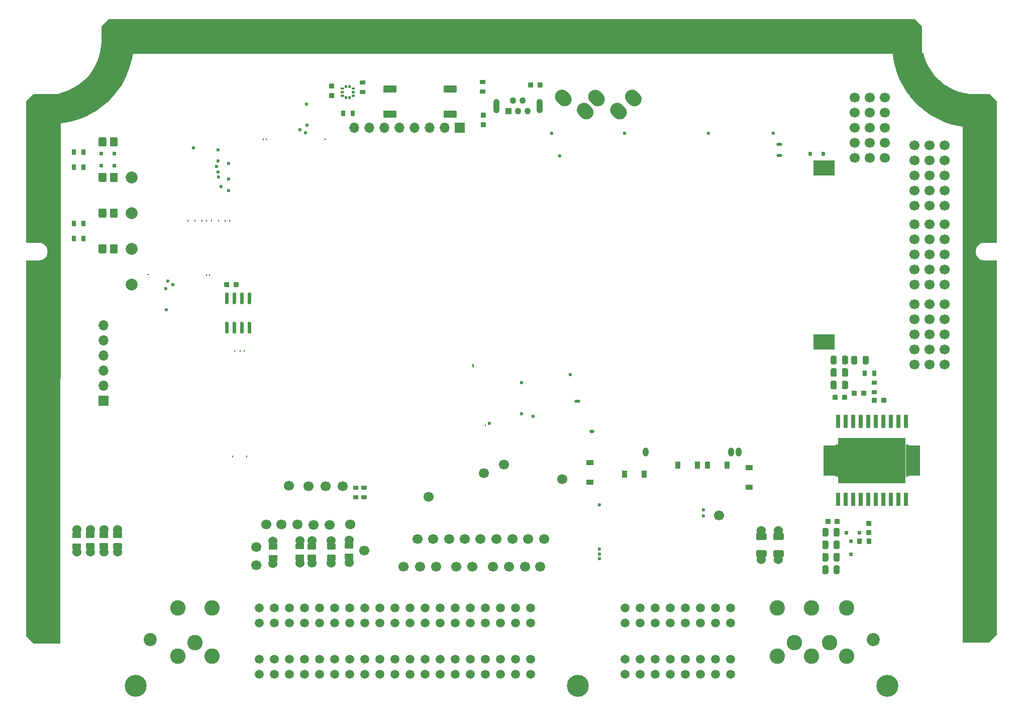
<source format=gts>
G04 #@! TF.GenerationSoftware,KiCad,Pcbnew,8.0.8*
G04 #@! TF.CreationDate,2025-12-13T22:16:39-05:00*
G04 #@! TF.ProjectId,hellen121vag,68656c6c-656e-4313-9231-7661672e6b69,d*
G04 #@! TF.SameCoordinates,PX2b953a0PY6943058*
G04 #@! TF.FileFunction,Soldermask,Top*
G04 #@! TF.FilePolarity,Negative*
%FSLAX46Y46*%
G04 Gerber Fmt 4.6, Leading zero omitted, Abs format (unit mm)*
G04 Created by KiCad (PCBNEW 8.0.8) date 2025-12-13 22:16:39*
%MOMM*%
%LPD*%
G01*
G04 APERTURE LIST*
%ADD10C,0.010000*%
%ADD11C,2.600000*%
%ADD12C,1.500000*%
%ADD13C,3.700000*%
%ADD14C,2.200000*%
%ADD15C,1.700000*%
%ADD16C,0.599999*%
%ADD17O,0.200000X0.399999*%
%ADD18O,0.800001X0.599999*%
%ADD19O,1.000001X1.500000*%
%ADD20C,1.524000*%
%ADD21O,0.250000X0.499999*%
%ADD22R,1.200000X0.900000*%
%ADD23C,2.000000*%
%ADD24R,2.032000X5.080000*%
%ADD25C,1.300000*%
%ADD26R,11.430000X7.620000*%
%ADD27R,0.800000X2.200000*%
%ADD28R,3.600000X2.600000*%
%ADD29R,0.900000X1.200000*%
%ADD30O,1.700000X1.700000*%
%ADD31R,1.700000X1.700000*%
%ADD32O,1.100000X2.400000*%
%ADD33C,1.100000*%
%ADD34R,1.100000X1.100000*%
%ADD35O,1.000001X0.499999*%
%ADD36O,0.200000X0.499999*%
%ADD37O,0.499999X0.250000*%
G04 APERTURE END LIST*
D10*
G04 #@! TO.C,U1*
X148803000Y40847843D02*
X148402450Y40847843D01*
X148402450Y46133763D01*
X148803000Y46133763D01*
X148803000Y40847843D01*
G36*
X148803000Y40847843D02*
G01*
X148402450Y40847843D01*
X148402450Y46133763D01*
X148803000Y46133763D01*
X148803000Y40847843D01*
G37*
X137017400Y40845303D02*
X136598850Y40845303D01*
X136598850Y46133763D01*
X137017400Y46133763D01*
X137017400Y40845303D01*
G36*
X137017400Y40845303D02*
G01*
X136598850Y40845303D01*
X136598850Y46133763D01*
X137017400Y46133763D01*
X137017400Y40845303D01*
G37*
G04 #@! TD*
D11*
G04 #@! TO.C,P1*
X138448000Y18622000D03*
X132548000Y18622000D03*
X126748000Y18622000D03*
X135548000Y12822000D03*
X129648000Y12822000D03*
X138448000Y10492000D03*
X132548000Y10492000D03*
X126748000Y10492000D03*
D12*
X118918000Y18622000D03*
X116378000Y18622000D03*
X113838000Y18622000D03*
X111298000Y18622000D03*
X108758000Y18622000D03*
X106218000Y18622000D03*
X103678000Y18622000D03*
X101138000Y18622000D03*
X118918000Y16082000D03*
X116378000Y16082000D03*
X113838000Y16082000D03*
X111298000Y16082000D03*
X108758000Y16082000D03*
X106218000Y16082000D03*
X103678000Y16082000D03*
X101138000Y16082000D03*
X118918000Y10032000D03*
X116378000Y10032000D03*
X113838000Y10032000D03*
X111298000Y10032000D03*
X108758000Y10032000D03*
X106218000Y10032000D03*
X103678000Y10032000D03*
X101138000Y10032000D03*
X118918000Y7492000D03*
X116378000Y7492000D03*
X113838000Y7492000D03*
X111298000Y7492000D03*
X108758000Y7492000D03*
X106218000Y7492000D03*
X103678000Y7492000D03*
X101138000Y7492000D03*
X39448000Y7492000D03*
X41988000Y7492000D03*
X44528000Y7492000D03*
X47068000Y7492000D03*
X49608000Y7492000D03*
X52148000Y7492000D03*
X54688000Y7492000D03*
X57228000Y7492000D03*
X59768000Y7492000D03*
X62308000Y7492000D03*
X64848000Y7492000D03*
X67388000Y7492000D03*
X69928000Y7492000D03*
X72468000Y7492000D03*
X75008000Y7492000D03*
X77548000Y7492000D03*
X80088000Y7492000D03*
X82628000Y7492000D03*
X85168000Y7492000D03*
X39448000Y10032000D03*
X41988000Y10032000D03*
X44528000Y10032000D03*
X47068000Y10032000D03*
X49608000Y10032000D03*
X52148000Y10032000D03*
X54688000Y10032000D03*
X57228000Y10032000D03*
X59768000Y10032000D03*
X62308000Y10032000D03*
X64848000Y10032000D03*
X67388000Y10032000D03*
X69928000Y10032000D03*
X72468000Y10032000D03*
X75008000Y10032000D03*
X77548000Y10032000D03*
X80088000Y10032000D03*
X82628000Y10032000D03*
X85168000Y10032000D03*
X39448000Y16082000D03*
X41988000Y16082000D03*
X44528000Y16082000D03*
X47068000Y16082000D03*
X49608000Y16082000D03*
X52148000Y16082000D03*
X54688000Y16082000D03*
X57228000Y16082000D03*
X59768000Y16082000D03*
X62308000Y16082000D03*
X64848000Y16082000D03*
X67388000Y16082000D03*
X69928000Y16082000D03*
X72468000Y16082000D03*
X75008000Y16082000D03*
X77548000Y16082000D03*
X80088000Y16082000D03*
X82628000Y16082000D03*
X85168000Y16082000D03*
X39448000Y18622000D03*
X41988000Y18622000D03*
X44528000Y18622000D03*
X47068000Y18622000D03*
X49608000Y18622000D03*
X52148000Y18622000D03*
X54688000Y18622000D03*
X57228000Y18622000D03*
X59768000Y18622000D03*
X62308000Y18622000D03*
X64848000Y18622000D03*
X67388000Y18622000D03*
X69928000Y18622000D03*
X72468000Y18622000D03*
X75008000Y18622000D03*
X77548000Y18622000D03*
X80088000Y18622000D03*
X82628000Y18622000D03*
X85168000Y18622000D03*
D11*
X31548000Y18622000D03*
X25748000Y18622000D03*
X28648000Y12822000D03*
X31548000Y10492000D03*
X25748000Y10492000D03*
D13*
X145348000Y5492000D03*
D14*
X142898000Y13292000D03*
D13*
X93148000Y5492000D03*
D14*
X21098000Y13292000D03*
D13*
X18648000Y5492000D03*
G04 #@! TD*
G04 #@! TO.C,M3*
G36*
G01*
X75642499Y59646377D02*
X75642499Y59196377D01*
G75*
G02*
X75517499Y59071377I-125000J0D01*
G01*
X75517499Y59071377D01*
G75*
G02*
X75392499Y59196377I0J125000D01*
G01*
X75392499Y59646377D01*
G75*
G02*
X75517499Y59771377I125000J0D01*
G01*
X75517499Y59771377D01*
G75*
G02*
X75642499Y59646377I0J-125000D01*
G01*
G37*
G04 #@! TD*
G04 #@! TO.C,U3*
G36*
G01*
X34145000Y69800000D02*
X33845000Y69800000D01*
G75*
G02*
X33695000Y69950000I0J150000D01*
G01*
X33695000Y71600000D01*
G75*
G02*
X33845000Y71750000I150000J0D01*
G01*
X34145000Y71750000D01*
G75*
G02*
X34295000Y71600000I0J-150000D01*
G01*
X34295000Y69950000D01*
G75*
G02*
X34145000Y69800000I-150000J0D01*
G01*
G37*
G36*
G01*
X35415000Y69800000D02*
X35115000Y69800000D01*
G75*
G02*
X34965000Y69950000I0J150000D01*
G01*
X34965000Y71600000D01*
G75*
G02*
X35115000Y71750000I150000J0D01*
G01*
X35415000Y71750000D01*
G75*
G02*
X35565000Y71600000I0J-150000D01*
G01*
X35565000Y69950000D01*
G75*
G02*
X35415000Y69800000I-150000J0D01*
G01*
G37*
G36*
G01*
X36685000Y69800000D02*
X36385000Y69800000D01*
G75*
G02*
X36235000Y69950000I0J150000D01*
G01*
X36235000Y71600000D01*
G75*
G02*
X36385000Y71750000I150000J0D01*
G01*
X36685000Y71750000D01*
G75*
G02*
X36835000Y71600000I0J-150000D01*
G01*
X36835000Y69950000D01*
G75*
G02*
X36685000Y69800000I-150000J0D01*
G01*
G37*
G36*
G01*
X37955000Y69800000D02*
X37655000Y69800000D01*
G75*
G02*
X37505000Y69950000I0J150000D01*
G01*
X37505000Y71600000D01*
G75*
G02*
X37655000Y71750000I150000J0D01*
G01*
X37955000Y71750000D01*
G75*
G02*
X38105000Y71600000I0J-150000D01*
G01*
X38105000Y69950000D01*
G75*
G02*
X37955000Y69800000I-150000J0D01*
G01*
G37*
G36*
G01*
X37955000Y64850000D02*
X37655000Y64850000D01*
G75*
G02*
X37505000Y65000000I0J150000D01*
G01*
X37505000Y66650000D01*
G75*
G02*
X37655000Y66800000I150000J0D01*
G01*
X37955000Y66800000D01*
G75*
G02*
X38105000Y66650000I0J-150000D01*
G01*
X38105000Y65000000D01*
G75*
G02*
X37955000Y64850000I-150000J0D01*
G01*
G37*
G36*
G01*
X36685000Y64850000D02*
X36385000Y64850000D01*
G75*
G02*
X36235000Y65000000I0J150000D01*
G01*
X36235000Y66650000D01*
G75*
G02*
X36385000Y66800000I150000J0D01*
G01*
X36685000Y66800000D01*
G75*
G02*
X36835000Y66650000I0J-150000D01*
G01*
X36835000Y65000000D01*
G75*
G02*
X36685000Y64850000I-150000J0D01*
G01*
G37*
G36*
G01*
X35415000Y64850000D02*
X35115000Y64850000D01*
G75*
G02*
X34965000Y65000000I0J150000D01*
G01*
X34965000Y66650000D01*
G75*
G02*
X35115000Y66800000I150000J0D01*
G01*
X35415000Y66800000D01*
G75*
G02*
X35565000Y66650000I0J-150000D01*
G01*
X35565000Y65000000D01*
G75*
G02*
X35415000Y64850000I-150000J0D01*
G01*
G37*
G36*
G01*
X34145000Y64850000D02*
X33845000Y64850000D01*
G75*
G02*
X33695000Y65000000I0J150000D01*
G01*
X33695000Y66650000D01*
G75*
G02*
X33845000Y66800000I150000J0D01*
G01*
X34145000Y66800000D01*
G75*
G02*
X34295000Y66650000I0J-150000D01*
G01*
X34295000Y65000000D01*
G75*
G02*
X34145000Y64850000I-150000J0D01*
G01*
G37*
G04 #@! TD*
D15*
G04 #@! TO.C,P2*
X44450000Y39198941D03*
G04 #@! TD*
G04 #@! TO.C,R22*
G36*
G01*
X143450000Y58565000D02*
X143450000Y57785000D01*
G75*
G02*
X143380000Y57715000I-70000J0D01*
G01*
X142820000Y57715000D01*
G75*
G02*
X142750000Y57785000I0J70000D01*
G01*
X142750000Y58565000D01*
G75*
G02*
X142820000Y58635000I70000J0D01*
G01*
X143380000Y58635000D01*
G75*
G02*
X143450000Y58565000I0J-70000D01*
G01*
G37*
G36*
G01*
X141850000Y58565000D02*
X141850000Y57785000D01*
G75*
G02*
X141780000Y57715000I-70000J0D01*
G01*
X141220000Y57715000D01*
G75*
G02*
X141150000Y57785000I0J70000D01*
G01*
X141150000Y58565000D01*
G75*
G02*
X141220000Y58635000I70000J0D01*
G01*
X141780000Y58635000D01*
G75*
G02*
X141850000Y58565000I0J-70000D01*
G01*
G37*
G04 #@! TD*
D16*
G04 #@! TO.C,M11*
X96809400Y36036600D03*
X96809400Y28536600D03*
X96809400Y27736600D03*
X96809400Y26936600D03*
X114334400Y34136600D03*
X114334400Y35136600D03*
G04 #@! TD*
D15*
G04 #@! TO.C,G5*
X149860000Y73050000D03*
X149860000Y75590000D03*
X149860000Y78130000D03*
X149860000Y80670000D03*
X149860000Y83210000D03*
X152400000Y73050000D03*
X152400000Y75590000D03*
X152400000Y78130000D03*
X152400000Y80670000D03*
X152400000Y83210000D03*
X154940000Y73050000D03*
X154940000Y75590000D03*
X154940000Y78130000D03*
X154940000Y80670000D03*
X154940000Y83210000D03*
G04 #@! TD*
G04 #@! TO.C,P17*
X57200000Y28275000D03*
G04 #@! TD*
D17*
G04 #@! TO.C,M7*
X34517335Y83814583D03*
X33757356Y83814583D03*
X32582363Y83814583D03*
X31407376Y83814583D03*
X30567464Y83814583D03*
X29817392Y83814583D03*
X28642381Y83814583D03*
X27467384Y83814583D03*
D16*
X32507387Y93914190D03*
X34342397Y93489182D03*
X32292389Y92939185D03*
X32507384Y92064226D03*
X32582391Y91214203D03*
X34342397Y90889187D03*
X33032397Y89589220D03*
X34342397Y88939203D03*
X28417382Y96114206D03*
X32492388Y95814204D03*
G04 #@! TD*
D18*
G04 #@! TO.C,M6*
X95546542Y48347505D03*
D19*
X104601540Y44851221D03*
X118976566Y44851221D03*
X120232431Y44851221D03*
G04 #@! TD*
D15*
G04 #@! TO.C,P5*
X50675000Y39173941D03*
G04 #@! TD*
G04 #@! TO.C,P61*
X40675000Y32675000D03*
G04 #@! TD*
G04 #@! TO.C,P44*
X76744800Y30212600D03*
G04 #@! TD*
G04 #@! TO.C,P16*
X68000000Y37375000D03*
G04 #@! TD*
G04 #@! TO.C,D8*
G36*
G01*
X12411979Y90505000D02*
X12411979Y91745000D01*
G75*
G02*
X12541979Y91875000I130000J0D01*
G01*
X13581979Y91875000D01*
G75*
G02*
X13711979Y91745000I0J-130000D01*
G01*
X13711979Y90505000D01*
G75*
G02*
X13581979Y90375000I-130000J0D01*
G01*
X12541979Y90375000D01*
G75*
G02*
X12411979Y90505000I0J130000D01*
G01*
G37*
G36*
G01*
X14312000Y90505000D02*
X14312000Y91745000D01*
G75*
G02*
X14442000Y91875000I130000J0D01*
G01*
X15482000Y91875000D01*
G75*
G02*
X15612000Y91745000I0J-130000D01*
G01*
X15612000Y90505000D01*
G75*
G02*
X15482000Y90375000I-130000J0D01*
G01*
X14442000Y90375000D01*
G75*
G02*
X14312000Y90505000I0J130000D01*
G01*
G37*
G04 #@! TD*
G04 #@! TO.C,P6*
X116936200Y34225800D03*
G04 #@! TD*
G04 #@! TO.C,P66*
X79419800Y30212600D03*
G04 #@! TD*
G04 #@! TO.C,P12*
X69300000Y25625000D03*
G04 #@! TD*
G04 #@! TO.C,P13*
X66575000Y25550000D03*
G04 #@! TD*
D20*
G04 #@! TO.C,R13*
X8700000Y31830000D03*
G36*
G01*
X8075000Y31375001D02*
X9325000Y31375001D01*
G75*
G02*
X9425000Y31275001I0J-100000D01*
G01*
X9425000Y30475001D01*
G75*
G02*
X9325000Y30375001I-100000J0D01*
G01*
X8075000Y30375001D01*
G75*
G02*
X7975000Y30475001I0J100000D01*
G01*
X7975000Y31275001D01*
G75*
G02*
X8075000Y31375001I100000J0D01*
G01*
G37*
G36*
G01*
X8075000Y29474979D02*
X9325000Y29474979D01*
G75*
G02*
X9425000Y29374979I0J-100000D01*
G01*
X9425000Y28574979D01*
G75*
G02*
X9325000Y28474979I-100000J0D01*
G01*
X8075000Y28474979D01*
G75*
G02*
X7975000Y28574979I0J100000D01*
G01*
X7975000Y29374979D01*
G75*
G02*
X8075000Y29474979I100000J0D01*
G01*
G37*
X8700000Y28020000D03*
G04 #@! TD*
D15*
G04 #@! TO.C,G2*
X149860000Y86360000D03*
X149860000Y88900000D03*
X149860000Y91440000D03*
X149860000Y93980000D03*
X149860000Y96520000D03*
X152400000Y86360000D03*
X152400000Y88900000D03*
X152400000Y91440000D03*
X152400000Y93980000D03*
X152400000Y96520000D03*
X154940000Y86360000D03*
X154940000Y88900000D03*
X154940000Y91440000D03*
X154940000Y93980000D03*
X154940000Y96520000D03*
G04 #@! TD*
D20*
G04 #@! TO.C,R4*
X54600000Y26295000D03*
G36*
G01*
X55225000Y26749999D02*
X53975000Y26749999D01*
G75*
G02*
X53875000Y26849999I0J100000D01*
G01*
X53875000Y27649999D01*
G75*
G02*
X53975000Y27749999I100000J0D01*
G01*
X55225000Y27749999D01*
G75*
G02*
X55325000Y27649999I0J-100000D01*
G01*
X55325000Y26849999D01*
G75*
G02*
X55225000Y26749999I-100000J0D01*
G01*
G37*
G36*
G01*
X55225000Y28650021D02*
X53975000Y28650021D01*
G75*
G02*
X53875000Y28750021I0J100000D01*
G01*
X53875000Y29550021D01*
G75*
G02*
X53975000Y29650021I100000J0D01*
G01*
X55225000Y29650021D01*
G75*
G02*
X55325000Y29550021I0J-100000D01*
G01*
X55325000Y28750021D01*
G75*
G02*
X55225000Y28650021I-100000J0D01*
G01*
G37*
X54600000Y30105000D03*
G04 #@! TD*
D15*
G04 #@! TO.C,P63*
X86775000Y25575000D03*
G04 #@! TD*
G04 #@! TO.C,P4*
X53500000Y39173941D03*
G04 #@! TD*
G04 #@! TO.C,R16*
G36*
G01*
X8612000Y95790000D02*
X8612000Y95010000D01*
G75*
G02*
X8542000Y94940000I-70000J0D01*
G01*
X7982000Y94940000D01*
G75*
G02*
X7912000Y95010000I0J70000D01*
G01*
X7912000Y95790000D01*
G75*
G02*
X7982000Y95860000I70000J0D01*
G01*
X8542000Y95860000D01*
G75*
G02*
X8612000Y95790000I0J-70000D01*
G01*
G37*
G36*
G01*
X10212000Y95790000D02*
X10212000Y95010000D01*
G75*
G02*
X10142000Y94940000I-70000J0D01*
G01*
X9582000Y94940000D01*
G75*
G02*
X9512000Y95010000I0J70000D01*
G01*
X9512000Y95790000D01*
G75*
G02*
X9582000Y95860000I70000J0D01*
G01*
X10142000Y95860000D01*
G75*
G02*
X10212000Y95790000I0J-70000D01*
G01*
G37*
G04 #@! TD*
G04 #@! TO.C,C5*
G36*
G01*
X143541999Y53932163D02*
X143541999Y53252163D01*
G75*
G02*
X143456999Y53167163I-85000J0D01*
G01*
X142776999Y53167163D01*
G75*
G02*
X142691999Y53252163I0J85000D01*
G01*
X142691999Y53932163D01*
G75*
G02*
X142776999Y54017163I85000J0D01*
G01*
X143456999Y54017163D01*
G75*
G02*
X143541999Y53932163I0J-85000D01*
G01*
G37*
G36*
G01*
X145122001Y53932163D02*
X145122001Y53252163D01*
G75*
G02*
X145037001Y53167163I-85000J0D01*
G01*
X144357001Y53167163D01*
G75*
G02*
X144272001Y53252163I0J85000D01*
G01*
X144272001Y53932163D01*
G75*
G02*
X144357001Y54017163I85000J0D01*
G01*
X145037001Y54017163D01*
G75*
G02*
X145122001Y53932163I0J-85000D01*
G01*
G37*
G04 #@! TD*
G04 #@! TO.C,C11*
G36*
G01*
X134362000Y30900000D02*
X134362000Y31850000D01*
G75*
G02*
X134612000Y32100000I250000J0D01*
G01*
X135112000Y32100000D01*
G75*
G02*
X135362000Y31850000I0J-250000D01*
G01*
X135362000Y30900000D01*
G75*
G02*
X135112000Y30650000I-250000J0D01*
G01*
X134612000Y30650000D01*
G75*
G02*
X134362000Y30900000I0J250000D01*
G01*
G37*
G36*
G01*
X136262000Y30900000D02*
X136262000Y31850000D01*
G75*
G02*
X136512000Y32100000I250000J0D01*
G01*
X137012000Y32100000D01*
G75*
G02*
X137262000Y31850000I0J-250000D01*
G01*
X137262000Y30900000D01*
G75*
G02*
X137012000Y30650000I-250000J0D01*
G01*
X136512000Y30650000D01*
G75*
G02*
X136262000Y30900000I0J250000D01*
G01*
G37*
G04 #@! TD*
D21*
G04 #@! TO.C,M5*
X35362524Y61926574D03*
X36237524Y61926574D03*
X36937525Y61926574D03*
X37387524Y44101576D03*
X34987521Y44101576D03*
G04 #@! TD*
D15*
G04 #@! TO.C,P28*
X74094800Y30212600D03*
G04 #@! TD*
G04 #@! TO.C,P74*
X45925000Y32675000D03*
G04 #@! TD*
D20*
G04 #@! TO.C,R8*
X48350000Y29955000D03*
G36*
G01*
X47725000Y29500001D02*
X48975000Y29500001D01*
G75*
G02*
X49075000Y29400001I0J-100000D01*
G01*
X49075000Y28600001D01*
G75*
G02*
X48975000Y28500001I-100000J0D01*
G01*
X47725000Y28500001D01*
G75*
G02*
X47625000Y28600001I0J100000D01*
G01*
X47625000Y29400001D01*
G75*
G02*
X47725000Y29500001I100000J0D01*
G01*
G37*
G36*
G01*
X47725000Y27599979D02*
X48975000Y27599979D01*
G75*
G02*
X49075000Y27499979I0J-100000D01*
G01*
X49075000Y26699979D01*
G75*
G02*
X48975000Y26599979I-100000J0D01*
G01*
X47725000Y26599979D01*
G75*
G02*
X47625000Y26699979I0J100000D01*
G01*
X47625000Y27499979D01*
G75*
G02*
X47725000Y27599979I100000J0D01*
G01*
G37*
X48350000Y26145000D03*
G04 #@! TD*
G04 #@! TO.C,F1*
X124075000Y26775000D03*
G36*
G01*
X124975000Y28119990D02*
X124975000Y27429990D01*
G75*
G02*
X124745000Y27199990I-230000J0D01*
G01*
X123405000Y27199990D01*
G75*
G02*
X123175000Y27429990I0J230000D01*
G01*
X123175000Y28119990D01*
G75*
G02*
X123405000Y28349990I230000J0D01*
G01*
X124745000Y28349990D01*
G75*
G02*
X124975000Y28119990I0J-230000D01*
G01*
G37*
G36*
G01*
X124975000Y31020010D02*
X124975000Y30330010D01*
G75*
G02*
X124745000Y30100010I-230000J0D01*
G01*
X123405000Y30100010D01*
G75*
G02*
X123175000Y30330010I0J230000D01*
G01*
X123175000Y31020010D01*
G75*
G02*
X123405000Y31250010I230000J0D01*
G01*
X124745000Y31250010D01*
G75*
G02*
X124975000Y31020010I0J-230000D01*
G01*
G37*
X124075000Y31675000D03*
G04 #@! TD*
D22*
G04 #@! TO.C,D10*
X122016200Y38951200D03*
X122016200Y42251200D03*
G04 #@! TD*
D23*
G04 #@! TO.C,J2*
X17962000Y91125000D03*
G04 #@! TD*
D24*
G04 #@! TO.C,U1*
X149819000Y43492163D03*
D25*
X147707000Y40492163D03*
X147707000Y43492163D03*
X147707000Y46492163D03*
X142707000Y40492163D03*
D26*
X142707000Y43492163D03*
D25*
X142707000Y43492163D03*
X142707000Y46492163D03*
X137707000Y40492163D03*
X137707000Y43492163D03*
X137707000Y46492163D03*
D24*
X135595000Y43492163D03*
D27*
X136992000Y50092163D03*
X138262000Y50092163D03*
X139532000Y50092163D03*
X140802000Y50092163D03*
X142072000Y50092163D03*
X143342000Y50092163D03*
X144612000Y50092163D03*
X145882000Y50092163D03*
X147152000Y50092163D03*
X148422000Y50092163D03*
X148422000Y36892163D03*
X147152000Y36892163D03*
X145882000Y36892163D03*
X144612000Y36892163D03*
X143342000Y36892163D03*
X142072000Y36892163D03*
X140802000Y36892163D03*
X139532000Y36892163D03*
X138262000Y36892163D03*
X136992000Y36892163D03*
G04 #@! TD*
G04 #@! TO.C,R21*
G36*
G01*
X8612000Y81240000D02*
X8612000Y80460000D01*
G75*
G02*
X8542000Y80390000I-70000J0D01*
G01*
X7982000Y80390000D01*
G75*
G02*
X7912000Y80460000I0J70000D01*
G01*
X7912000Y81240000D01*
G75*
G02*
X7982000Y81310000I70000J0D01*
G01*
X8542000Y81310000D01*
G75*
G02*
X8612000Y81240000I0J-70000D01*
G01*
G37*
G36*
G01*
X10212000Y81240000D02*
X10212000Y80460000D01*
G75*
G02*
X10142000Y80390000I-70000J0D01*
G01*
X9582000Y80390000D01*
G75*
G02*
X9512000Y80460000I0J70000D01*
G01*
X9512000Y81240000D01*
G75*
G02*
X9582000Y81310000I70000J0D01*
G01*
X10142000Y81310000D01*
G75*
G02*
X10212000Y81240000I0J-70000D01*
G01*
G37*
G04 #@! TD*
G04 #@! TO.C,D4*
G36*
G01*
X12411979Y96505000D02*
X12411979Y97745000D01*
G75*
G02*
X12541979Y97875000I130000J0D01*
G01*
X13581979Y97875000D01*
G75*
G02*
X13711979Y97745000I0J-130000D01*
G01*
X13711979Y96505000D01*
G75*
G02*
X13581979Y96375000I-130000J0D01*
G01*
X12541979Y96375000D01*
G75*
G02*
X12411979Y96505000I0J130000D01*
G01*
G37*
G36*
G01*
X14312000Y96505000D02*
X14312000Y97745000D01*
G75*
G02*
X14442000Y97875000I130000J0D01*
G01*
X15482000Y97875000D01*
G75*
G02*
X15612000Y97745000I0J-130000D01*
G01*
X15612000Y96505000D01*
G75*
G02*
X15482000Y96375000I-130000J0D01*
G01*
X14442000Y96375000D01*
G75*
G02*
X14312000Y96505000I0J130000D01*
G01*
G37*
G04 #@! TD*
G04 #@! TO.C,C16*
G36*
G01*
X36015001Y73440000D02*
X36015001Y72760000D01*
G75*
G02*
X35930001Y72675000I-85000J0D01*
G01*
X35250001Y72675000D01*
G75*
G02*
X35165001Y72760000I0J85000D01*
G01*
X35165001Y73440000D01*
G75*
G02*
X35250001Y73525000I85000J0D01*
G01*
X35930001Y73525000D01*
G75*
G02*
X36015001Y73440000I0J-85000D01*
G01*
G37*
G36*
G01*
X34434999Y73440000D02*
X34434999Y72760000D01*
G75*
G02*
X34349999Y72675000I-85000J0D01*
G01*
X33669999Y72675000D01*
G75*
G02*
X33584999Y72760000I0J85000D01*
G01*
X33584999Y73440000D01*
G75*
G02*
X33669999Y73525000I85000J0D01*
G01*
X34349999Y73525000D01*
G75*
G02*
X34434999Y73440000I0J-85000D01*
G01*
G37*
G04 #@! TD*
D15*
G04 #@! TO.C,P67*
X82112800Y30212600D03*
G04 #@! TD*
D28*
G04 #@! TO.C,BT1*
X134600000Y63400000D03*
X134600000Y92700000D03*
G04 #@! TD*
D15*
G04 #@! TO.C,P9*
X71444800Y30212600D03*
G04 #@! TD*
G04 #@! TO.C,R5*
G36*
G01*
X142717000Y55342163D02*
X143497000Y55342163D01*
G75*
G02*
X143567000Y55272163I0J-70000D01*
G01*
X143567000Y54712163D01*
G75*
G02*
X143497000Y54642163I-70000J0D01*
G01*
X142717000Y54642163D01*
G75*
G02*
X142647000Y54712163I0J70000D01*
G01*
X142647000Y55272163D01*
G75*
G02*
X142717000Y55342163I70000J0D01*
G01*
G37*
G36*
G01*
X142717000Y56942163D02*
X143497000Y56942163D01*
G75*
G02*
X143567000Y56872163I0J-70000D01*
G01*
X143567000Y56312163D01*
G75*
G02*
X143497000Y56242163I-70000J0D01*
G01*
X142717000Y56242163D01*
G75*
G02*
X142647000Y56312163I0J70000D01*
G01*
X142647000Y56872163D01*
G75*
G02*
X142717000Y56942163I70000J0D01*
G01*
G37*
G04 #@! TD*
G04 #@! TO.C,P7*
X90500000Y40325000D03*
G04 #@! TD*
G04 #@! TO.C,D5*
G36*
G01*
X13102000Y92825000D02*
X12622000Y92825000D01*
G75*
G02*
X12562000Y92885000I0J60000D01*
G01*
X12562000Y93365000D01*
G75*
G02*
X12622000Y93425000I60000J0D01*
G01*
X13102000Y93425000D01*
G75*
G02*
X13162000Y93365000I0J-60000D01*
G01*
X13162000Y92885000D01*
G75*
G02*
X13102000Y92825000I-60000J0D01*
G01*
G37*
G36*
G01*
X15302000Y92825000D02*
X14822000Y92825000D01*
G75*
G02*
X14762000Y92885000I0J60000D01*
G01*
X14762000Y93365000D01*
G75*
G02*
X14822000Y93425000I60000J0D01*
G01*
X15302000Y93425000D01*
G75*
G02*
X15362000Y93365000I0J-60000D01*
G01*
X15362000Y92885000D01*
G75*
G02*
X15302000Y92825000I-60000J0D01*
G01*
G37*
G04 #@! TD*
G04 #@! TO.C,P49*
X72625000Y25575000D03*
G04 #@! TD*
D20*
G04 #@! TO.C,R10*
X13300000Y31880000D03*
G36*
G01*
X12675000Y31425001D02*
X13925000Y31425001D01*
G75*
G02*
X14025000Y31325001I0J-100000D01*
G01*
X14025000Y30525001D01*
G75*
G02*
X13925000Y30425001I-100000J0D01*
G01*
X12675000Y30425001D01*
G75*
G02*
X12575000Y30525001I0J100000D01*
G01*
X12575000Y31325001D01*
G75*
G02*
X12675000Y31425001I100000J0D01*
G01*
G37*
G36*
G01*
X12675000Y29524979D02*
X13925000Y29524979D01*
G75*
G02*
X14025000Y29424979I0J-100000D01*
G01*
X14025000Y28624979D01*
G75*
G02*
X13925000Y28524979I-100000J0D01*
G01*
X12675000Y28524979D01*
G75*
G02*
X12575000Y28624979I0J100000D01*
G01*
X12575000Y29424979D01*
G75*
G02*
X12675000Y29524979I100000J0D01*
G01*
G37*
X13300000Y28070000D03*
G04 #@! TD*
G04 #@! TO.C,D3*
G36*
G01*
X13102000Y94825000D02*
X12622000Y94825000D01*
G75*
G02*
X12562000Y94885000I0J60000D01*
G01*
X12562000Y95365000D01*
G75*
G02*
X12622000Y95425000I60000J0D01*
G01*
X13102000Y95425000D01*
G75*
G02*
X13162000Y95365000I0J-60000D01*
G01*
X13162000Y94885000D01*
G75*
G02*
X13102000Y94825000I-60000J0D01*
G01*
G37*
G36*
G01*
X15302000Y94825000D02*
X14822000Y94825000D01*
G75*
G02*
X14762000Y94885000I0J60000D01*
G01*
X14762000Y95365000D01*
G75*
G02*
X14822000Y95425000I60000J0D01*
G01*
X15302000Y95425000D01*
G75*
G02*
X15362000Y95365000I0J-60000D01*
G01*
X15362000Y94885000D01*
G75*
G02*
X15302000Y94825000I-60000J0D01*
G01*
G37*
G04 #@! TD*
D15*
G04 #@! TO.C,P14*
X63775000Y25625000D03*
G04 #@! TD*
D20*
G04 #@! TO.C,R9*
X51600000Y26145000D03*
G36*
G01*
X52225000Y26599999D02*
X50975000Y26599999D01*
G75*
G02*
X50875000Y26699999I0J100000D01*
G01*
X50875000Y27499999D01*
G75*
G02*
X50975000Y27599999I100000J0D01*
G01*
X52225000Y27599999D01*
G75*
G02*
X52325000Y27499999I0J-100000D01*
G01*
X52325000Y26699999D01*
G75*
G02*
X52225000Y26599999I-100000J0D01*
G01*
G37*
G36*
G01*
X52225000Y28500021D02*
X50975000Y28500021D01*
G75*
G02*
X50875000Y28600021I0J100000D01*
G01*
X50875000Y29400021D01*
G75*
G02*
X50975000Y29500021I100000J0D01*
G01*
X52225000Y29500021D01*
G75*
G02*
X52325000Y29400021I0J-100000D01*
G01*
X52325000Y28600021D01*
G75*
G02*
X52225000Y28500021I-100000J0D01*
G01*
G37*
X51600000Y29955000D03*
G04 #@! TD*
G04 #@! TO.C,C8*
G36*
G01*
X135762000Y57804000D02*
X135762000Y58754000D01*
G75*
G02*
X136012000Y59004000I250000J0D01*
G01*
X136512000Y59004000D01*
G75*
G02*
X136762000Y58754000I0J-250000D01*
G01*
X136762000Y57804000D01*
G75*
G02*
X136512000Y57554000I-250000J0D01*
G01*
X136012000Y57554000D01*
G75*
G02*
X135762000Y57804000I0J250000D01*
G01*
G37*
G36*
G01*
X137662000Y57804000D02*
X137662000Y58754000D01*
G75*
G02*
X137912000Y59004000I250000J0D01*
G01*
X138412000Y59004000D01*
G75*
G02*
X138662000Y58754000I0J-250000D01*
G01*
X138662000Y57804000D01*
G75*
G02*
X138412000Y57554000I-250000J0D01*
G01*
X137912000Y57554000D01*
G75*
G02*
X137662000Y57804000I0J250000D01*
G01*
G37*
G04 #@! TD*
D15*
G04 #@! TO.C,P56*
X54782400Y32676400D03*
G04 #@! TD*
G04 #@! TO.C,P10*
X68794800Y30212600D03*
G04 #@! TD*
G04 #@! TO.C,D9*
G36*
G01*
X134260000Y95400000D02*
X134740000Y95400000D01*
G75*
G02*
X134800000Y95340000I0J-60000D01*
G01*
X134800000Y94860000D01*
G75*
G02*
X134740000Y94800000I-60000J0D01*
G01*
X134260000Y94800000D01*
G75*
G02*
X134200000Y94860000I0J60000D01*
G01*
X134200000Y95340000D01*
G75*
G02*
X134260000Y95400000I60000J0D01*
G01*
G37*
G36*
G01*
X132060000Y95400000D02*
X132540000Y95400000D01*
G75*
G02*
X132600000Y95340000I0J-60000D01*
G01*
X132600000Y94860000D01*
G75*
G02*
X132540000Y94800000I-60000J0D01*
G01*
X132060000Y94800000D01*
G75*
G02*
X132000000Y94860000I0J60000D01*
G01*
X132000000Y95340000D01*
G75*
G02*
X132060000Y95400000I60000J0D01*
G01*
G37*
G04 #@! TD*
G04 #@! TO.C,P64*
X84225000Y25575000D03*
G04 #@! TD*
G04 #@! TO.C,P69*
X87446800Y30212600D03*
G04 #@! TD*
G04 #@! TO.C,P80*
X39000000Y28875000D03*
G04 #@! TD*
D29*
G04 #@! TO.C,D12*
X113303000Y42709400D03*
X110003000Y42709400D03*
G04 #@! TD*
D30*
G04 #@! TO.C,J8*
X13200000Y66250000D03*
X13200000Y63710000D03*
X13200000Y61170000D03*
X13200000Y58630000D03*
X13200000Y56090000D03*
D31*
X13200000Y53550000D03*
G04 #@! TD*
D29*
G04 #@! TO.C,D11*
X114981400Y42709400D03*
X118281400Y42709400D03*
G04 #@! TD*
G04 #@! TO.C,C10*
G36*
G01*
X142150000Y60850000D02*
X142150000Y59900000D01*
G75*
G02*
X141900000Y59650000I-250000J0D01*
G01*
X141400000Y59650000D01*
G75*
G02*
X141150000Y59900000I0J250000D01*
G01*
X141150000Y60850000D01*
G75*
G02*
X141400000Y61100000I250000J0D01*
G01*
X141900000Y61100000D01*
G75*
G02*
X142150000Y60850000I0J-250000D01*
G01*
G37*
G36*
G01*
X140250000Y60850000D02*
X140250000Y59900000D01*
G75*
G02*
X140000000Y59650000I-250000J0D01*
G01*
X139500000Y59650000D01*
G75*
G02*
X139250000Y59900000I0J250000D01*
G01*
X139250000Y60850000D01*
G75*
G02*
X139500000Y61100000I250000J0D01*
G01*
X140000000Y61100000D01*
G75*
G02*
X140250000Y60850000I0J-250000D01*
G01*
G37*
G04 #@! TD*
D15*
G04 #@! TO.C,G3*
X144900000Y104600000D03*
X144900000Y102060000D03*
X144900000Y99520000D03*
X144900000Y96980000D03*
X144900000Y94440000D03*
X142360000Y104600000D03*
X142360000Y102060000D03*
X142360000Y99520000D03*
X142360000Y96980000D03*
X142360000Y94440000D03*
X139820000Y104600000D03*
X139820000Y102060000D03*
X139820000Y99520000D03*
X139820000Y96980000D03*
X139820000Y94440000D03*
G04 #@! TD*
G04 #@! TO.C,P3*
X47800000Y39175000D03*
G04 #@! TD*
D20*
G04 #@! TO.C,R2*
X46325000Y26165000D03*
G36*
G01*
X46950000Y26619999D02*
X45700000Y26619999D01*
G75*
G02*
X45600000Y26719999I0J100000D01*
G01*
X45600000Y27519999D01*
G75*
G02*
X45700000Y27619999I100000J0D01*
G01*
X46950000Y27619999D01*
G75*
G02*
X47050000Y27519999I0J-100000D01*
G01*
X47050000Y26719999D01*
G75*
G02*
X46950000Y26619999I-100000J0D01*
G01*
G37*
G36*
G01*
X46950000Y28520021D02*
X45700000Y28520021D01*
G75*
G02*
X45600000Y28620021I0J100000D01*
G01*
X45600000Y29420021D01*
G75*
G02*
X45700000Y29520021I100000J0D01*
G01*
X46950000Y29520021D01*
G75*
G02*
X47050000Y29420021I0J-100000D01*
G01*
X47050000Y28620021D01*
G75*
G02*
X46950000Y28520021I-100000J0D01*
G01*
G37*
X46325000Y29975000D03*
G04 #@! TD*
D15*
G04 #@! TO.C,P41*
X43200000Y32675000D03*
G04 #@! TD*
D29*
G04 #@! TO.C,D14*
X104350000Y41175000D03*
X101050000Y41175000D03*
G04 #@! TD*
D20*
G04 #@! TO.C,R12*
X15600000Y31880021D03*
G36*
G01*
X14975000Y31425022D02*
X16225000Y31425022D01*
G75*
G02*
X16325000Y31325022I0J-100000D01*
G01*
X16325000Y30525022D01*
G75*
G02*
X16225000Y30425022I-100000J0D01*
G01*
X14975000Y30425022D01*
G75*
G02*
X14875000Y30525022I0J100000D01*
G01*
X14875000Y31325022D01*
G75*
G02*
X14975000Y31425022I100000J0D01*
G01*
G37*
G36*
G01*
X14975000Y29525000D02*
X16225000Y29525000D01*
G75*
G02*
X16325000Y29425000I0J-100000D01*
G01*
X16325000Y28625000D01*
G75*
G02*
X16225000Y28525000I-100000J0D01*
G01*
X14975000Y28525000D01*
G75*
G02*
X14875000Y28625000I0J100000D01*
G01*
X14875000Y29425000D01*
G75*
G02*
X14975000Y29525000I100000J0D01*
G01*
G37*
X15600000Y28070021D03*
G04 #@! TD*
G04 #@! TO.C,F2*
X126975000Y26775000D03*
G36*
G01*
X127875000Y28119990D02*
X127875000Y27429990D01*
G75*
G02*
X127645000Y27199990I-230000J0D01*
G01*
X126305000Y27199990D01*
G75*
G02*
X126075000Y27429990I0J230000D01*
G01*
X126075000Y28119990D01*
G75*
G02*
X126305000Y28349990I230000J0D01*
G01*
X127645000Y28349990D01*
G75*
G02*
X127875000Y28119990I0J-230000D01*
G01*
G37*
G36*
G01*
X127875000Y31020010D02*
X127875000Y30330010D01*
G75*
G02*
X127645000Y30100010I-230000J0D01*
G01*
X126305000Y30100010D01*
G75*
G02*
X126075000Y30330010I0J230000D01*
G01*
X126075000Y31020010D01*
G75*
G02*
X126305000Y31250010I230000J0D01*
G01*
X127645000Y31250010D01*
G75*
G02*
X127875000Y31020010I0J-230000D01*
G01*
G37*
X126975000Y31675000D03*
G04 #@! TD*
G04 #@! TO.C,C14*
G36*
G01*
X134362000Y28800000D02*
X134362000Y29750000D01*
G75*
G02*
X134612000Y30000000I250000J0D01*
G01*
X135112000Y30000000D01*
G75*
G02*
X135362000Y29750000I0J-250000D01*
G01*
X135362000Y28800000D01*
G75*
G02*
X135112000Y28550000I-250000J0D01*
G01*
X134612000Y28550000D01*
G75*
G02*
X134362000Y28800000I0J250000D01*
G01*
G37*
G36*
G01*
X136262000Y28800000D02*
X136262000Y29750000D01*
G75*
G02*
X136512000Y30000000I250000J0D01*
G01*
X137012000Y30000000D01*
G75*
G02*
X137262000Y29750000I0J-250000D01*
G01*
X137262000Y28800000D01*
G75*
G02*
X137012000Y28550000I-250000J0D01*
G01*
X136512000Y28550000D01*
G75*
G02*
X136262000Y28800000I0J250000D01*
G01*
G37*
G04 #@! TD*
D23*
G04 #@! TO.C,J4*
X17962000Y79125000D03*
G04 #@! TD*
G04 #@! TO.C,C3*
G36*
G01*
X140141999Y55132163D02*
X140141999Y54452163D01*
G75*
G02*
X140056999Y54367163I-85000J0D01*
G01*
X139376999Y54367163D01*
G75*
G02*
X139291999Y54452163I0J85000D01*
G01*
X139291999Y55132163D01*
G75*
G02*
X139376999Y55217163I85000J0D01*
G01*
X140056999Y55217163D01*
G75*
G02*
X140141999Y55132163I0J-85000D01*
G01*
G37*
G36*
G01*
X141722001Y55132163D02*
X141722001Y54452163D01*
G75*
G02*
X141637001Y54367163I-85000J0D01*
G01*
X140957001Y54367163D01*
G75*
G02*
X140872001Y54452163I0J85000D01*
G01*
X140872001Y55132163D01*
G75*
G02*
X140957001Y55217163I85000J0D01*
G01*
X141637001Y55217163D01*
G75*
G02*
X141722001Y55132163I0J-85000D01*
G01*
G37*
G04 #@! TD*
G04 #@! TO.C,C2*
G36*
G01*
X134856998Y32835000D02*
X134856998Y33515000D01*
G75*
G02*
X134941998Y33600000I85000J0D01*
G01*
X135621998Y33600000D01*
G75*
G02*
X135706998Y33515000I0J-85000D01*
G01*
X135706998Y32835000D01*
G75*
G02*
X135621998Y32750000I-85000J0D01*
G01*
X134941998Y32750000D01*
G75*
G02*
X134856998Y32835000I0J85000D01*
G01*
G37*
G36*
G01*
X136437000Y32835000D02*
X136437000Y33515000D01*
G75*
G02*
X136522000Y33600000I85000J0D01*
G01*
X137202000Y33600000D01*
G75*
G02*
X137287000Y33515000I0J-85000D01*
G01*
X137287000Y32835000D01*
G75*
G02*
X137202000Y32750000I-85000J0D01*
G01*
X136522000Y32750000D01*
G75*
G02*
X136437000Y32835000I0J85000D01*
G01*
G37*
G04 #@! TD*
D15*
G04 #@! TO.C,G1*
X149860000Y59640000D03*
X149860000Y62180000D03*
X149860000Y64720000D03*
X149860000Y67260000D03*
X149860000Y69800000D03*
X152400000Y59640000D03*
X152400000Y62180000D03*
X152400000Y64720000D03*
X152400000Y67260000D03*
X152400000Y69800000D03*
X154940000Y59640000D03*
X154940000Y62180000D03*
X154940000Y64720000D03*
X154940000Y67260000D03*
X154940000Y69800000D03*
G04 #@! TD*
G04 #@! TO.C,P15*
X77337600Y41363200D03*
G04 #@! TD*
G04 #@! TO.C,C12*
G36*
G01*
X134362000Y26700000D02*
X134362000Y27650000D01*
G75*
G02*
X134612000Y27900000I250000J0D01*
G01*
X135112000Y27900000D01*
G75*
G02*
X135362000Y27650000I0J-250000D01*
G01*
X135362000Y26700000D01*
G75*
G02*
X135112000Y26450000I-250000J0D01*
G01*
X134612000Y26450000D01*
G75*
G02*
X134362000Y26700000I0J250000D01*
G01*
G37*
G36*
G01*
X136262000Y26700000D02*
X136262000Y27650000D01*
G75*
G02*
X136512000Y27900000I250000J0D01*
G01*
X137012000Y27900000D01*
G75*
G02*
X137262000Y27650000I0J-250000D01*
G01*
X137262000Y26700000D01*
G75*
G02*
X137012000Y26450000I-250000J0D01*
G01*
X136512000Y26450000D01*
G75*
G02*
X136262000Y26700000I0J250000D01*
G01*
G37*
G04 #@! TD*
G04 #@! TO.C,J10*
G36*
G01*
X93339340Y103360660D02*
X93339340Y103360660D01*
G75*
G02*
X95036396Y103360660I848528J-848528D01*
G01*
X95460660Y102936396D01*
G75*
G02*
X95460660Y101239340I-848528J-848528D01*
G01*
X95460660Y101239340D01*
G75*
G02*
X93763604Y101239340I-848528J848528D01*
G01*
X93339340Y101663604D01*
G75*
G02*
X93339340Y103360660I848528J848528D01*
G01*
G37*
G36*
G01*
X95239340Y105560660D02*
X95239340Y105560660D01*
G75*
G02*
X96936396Y105560660I848528J-848528D01*
G01*
X97360660Y105136396D01*
G75*
G02*
X97360660Y103439340I-848528J-848528D01*
G01*
X97360660Y103439340D01*
G75*
G02*
X95663604Y103439340I-848528J848528D01*
G01*
X95239340Y103863604D01*
G75*
G02*
X95239340Y105560660I848528J848528D01*
G01*
G37*
G36*
G01*
X101439340Y105560660D02*
X101439340Y105560660D01*
G75*
G02*
X103136396Y105560660I848528J-848528D01*
G01*
X103560660Y105136396D01*
G75*
G02*
X103560660Y103439340I-848528J-848528D01*
G01*
X103560660Y103439340D01*
G75*
G02*
X101863604Y103439340I-848528J848528D01*
G01*
X101439340Y103863604D01*
G75*
G02*
X101439340Y105560660I848528J848528D01*
G01*
G37*
G36*
G01*
X98939340Y103360660D02*
X98939340Y103360660D01*
G75*
G02*
X100636396Y103360660I848528J-848528D01*
G01*
X101060660Y102936396D01*
G75*
G02*
X101060660Y101239340I-848528J-848528D01*
G01*
X101060660Y101239340D01*
G75*
G02*
X99363604Y101239340I-848528J848528D01*
G01*
X98939340Y101663604D01*
G75*
G02*
X98939340Y103360660I848528J848528D01*
G01*
G37*
G36*
G01*
X89639340Y105560660D02*
X89639340Y105560660D01*
G75*
G02*
X91336396Y105560660I848528J-848528D01*
G01*
X91760660Y105136396D01*
G75*
G02*
X91760660Y103439340I-848528J-848528D01*
G01*
X91760660Y103439340D01*
G75*
G02*
X90063604Y103439340I-848528J848528D01*
G01*
X89639340Y103863604D01*
G75*
G02*
X89639340Y105560660I848528J848528D01*
G01*
G37*
G04 #@! TD*
G04 #@! TO.C,C7*
G36*
G01*
X135762000Y59912800D02*
X135762000Y60862800D01*
G75*
G02*
X136012000Y61112800I250000J0D01*
G01*
X136512000Y61112800D01*
G75*
G02*
X136762000Y60862800I0J-250000D01*
G01*
X136762000Y59912800D01*
G75*
G02*
X136512000Y59662800I-250000J0D01*
G01*
X136012000Y59662800D01*
G75*
G02*
X135762000Y59912800I0J250000D01*
G01*
G37*
G36*
G01*
X137662000Y59912800D02*
X137662000Y60862800D01*
G75*
G02*
X137912000Y61112800I250000J0D01*
G01*
X138412000Y61112800D01*
G75*
G02*
X138662000Y60862800I0J-250000D01*
G01*
X138662000Y59912800D01*
G75*
G02*
X138412000Y59662800I-250000J0D01*
G01*
X137912000Y59662800D01*
G75*
G02*
X137662000Y59912800I0J250000D01*
G01*
G37*
G04 #@! TD*
G04 #@! TO.C,P46*
X78875000Y25575000D03*
G04 #@! TD*
G04 #@! TO.C,P20*
X51350000Y32650000D03*
G04 #@! TD*
G04 #@! TO.C,P40*
X48650000Y32650000D03*
G04 #@! TD*
G04 #@! TO.C,C9*
G36*
G01*
X135762000Y55704000D02*
X135762000Y56654000D01*
G75*
G02*
X136012000Y56904000I250000J0D01*
G01*
X136512000Y56904000D01*
G75*
G02*
X136762000Y56654000I0J-250000D01*
G01*
X136762000Y55704000D01*
G75*
G02*
X136512000Y55454000I-250000J0D01*
G01*
X136012000Y55454000D01*
G75*
G02*
X135762000Y55704000I0J250000D01*
G01*
G37*
G36*
G01*
X137662000Y55704000D02*
X137662000Y56654000D01*
G75*
G02*
X137912000Y56904000I250000J0D01*
G01*
X138412000Y56904000D01*
G75*
G02*
X138662000Y56654000I0J-250000D01*
G01*
X138662000Y55704000D01*
G75*
G02*
X138412000Y55454000I-250000J0D01*
G01*
X137912000Y55454000D01*
G75*
G02*
X137662000Y55704000I0J250000D01*
G01*
G37*
G04 #@! TD*
G04 #@! TO.C,R20*
G36*
G01*
X8612000Y83790000D02*
X8612000Y83010000D01*
G75*
G02*
X8542000Y82940000I-70000J0D01*
G01*
X7982000Y82940000D01*
G75*
G02*
X7912000Y83010000I0J70000D01*
G01*
X7912000Y83790000D01*
G75*
G02*
X7982000Y83860000I70000J0D01*
G01*
X8542000Y83860000D01*
G75*
G02*
X8612000Y83790000I0J-70000D01*
G01*
G37*
G36*
G01*
X10212000Y83790000D02*
X10212000Y83010000D01*
G75*
G02*
X10142000Y82940000I-70000J0D01*
G01*
X9582000Y82940000D01*
G75*
G02*
X9512000Y83010000I0J70000D01*
G01*
X9512000Y83790000D01*
G75*
G02*
X9582000Y83860000I70000J0D01*
G01*
X10142000Y83860000D01*
G75*
G02*
X10212000Y83790000I0J-70000D01*
G01*
G37*
G04 #@! TD*
D31*
G04 #@! TO.C,J7*
X73280000Y99500000D03*
D30*
X70740000Y99500000D03*
X68200000Y99500000D03*
X65660000Y99500000D03*
X63120000Y99500000D03*
X60580000Y99500000D03*
X58040000Y99500000D03*
X55500000Y99500000D03*
G04 #@! TD*
D15*
G04 #@! TO.C,P68*
X84754400Y30212600D03*
G04 #@! TD*
G04 #@! TO.C,R17*
G36*
G01*
X8612000Y93240000D02*
X8612000Y92460000D01*
G75*
G02*
X8542000Y92390000I-70000J0D01*
G01*
X7982000Y92390000D01*
G75*
G02*
X7912000Y92460000I0J70000D01*
G01*
X7912000Y93240000D01*
G75*
G02*
X7982000Y93310000I70000J0D01*
G01*
X8542000Y93310000D01*
G75*
G02*
X8612000Y93240000I0J-70000D01*
G01*
G37*
G36*
G01*
X10212000Y93240000D02*
X10212000Y92460000D01*
G75*
G02*
X10142000Y92390000I-70000J0D01*
G01*
X9582000Y92390000D01*
G75*
G02*
X9512000Y92460000I0J70000D01*
G01*
X9512000Y93240000D01*
G75*
G02*
X9582000Y93310000I70000J0D01*
G01*
X10142000Y93310000D01*
G75*
G02*
X10212000Y93240000I0J-70000D01*
G01*
G37*
G04 #@! TD*
D20*
G04 #@! TO.C,R3*
X41800000Y29910000D03*
G36*
G01*
X41175000Y29455001D02*
X42425000Y29455001D01*
G75*
G02*
X42525000Y29355001I0J-100000D01*
G01*
X42525000Y28555001D01*
G75*
G02*
X42425000Y28455001I-100000J0D01*
G01*
X41175000Y28455001D01*
G75*
G02*
X41075000Y28555001I0J100000D01*
G01*
X41075000Y29355001D01*
G75*
G02*
X41175000Y29455001I100000J0D01*
G01*
G37*
G36*
G01*
X41175000Y27554979D02*
X42425000Y27554979D01*
G75*
G02*
X42525000Y27454979I0J-100000D01*
G01*
X42525000Y26654979D01*
G75*
G02*
X42425000Y26554979I-100000J0D01*
G01*
X41175000Y26554979D01*
G75*
G02*
X41075000Y26654979I0J100000D01*
G01*
X41075000Y27454979D01*
G75*
G02*
X41175000Y27554979I100000J0D01*
G01*
G37*
X41800000Y26100000D03*
G04 #@! TD*
D15*
G04 #@! TO.C,P8*
X80741200Y42785600D03*
G04 #@! TD*
G04 #@! TO.C,D7*
G36*
G01*
X12411979Y78505000D02*
X12411979Y79745000D01*
G75*
G02*
X12541979Y79875000I130000J0D01*
G01*
X13581979Y79875000D01*
G75*
G02*
X13711979Y79745000I0J-130000D01*
G01*
X13711979Y78505000D01*
G75*
G02*
X13581979Y78375000I-130000J0D01*
G01*
X12541979Y78375000D01*
G75*
G02*
X12411979Y78505000I0J130000D01*
G01*
G37*
G36*
G01*
X14312000Y78505000D02*
X14312000Y79745000D01*
G75*
G02*
X14442000Y79875000I130000J0D01*
G01*
X15482000Y79875000D01*
G75*
G02*
X15612000Y79745000I0J-130000D01*
G01*
X15612000Y78505000D01*
G75*
G02*
X15482000Y78375000I-130000J0D01*
G01*
X14442000Y78375000D01*
G75*
G02*
X14312000Y78505000I0J130000D01*
G01*
G37*
G04 #@! TD*
G04 #@! TO.C,P48*
X75375000Y25575000D03*
G04 #@! TD*
G04 #@! TO.C,C13*
G36*
G01*
X134362000Y24600000D02*
X134362000Y25550000D01*
G75*
G02*
X134612000Y25800000I250000J0D01*
G01*
X135112000Y25800000D01*
G75*
G02*
X135362000Y25550000I0J-250000D01*
G01*
X135362000Y24600000D01*
G75*
G02*
X135112000Y24350000I-250000J0D01*
G01*
X134612000Y24350000D01*
G75*
G02*
X134362000Y24600000I0J250000D01*
G01*
G37*
G36*
G01*
X136262000Y24600000D02*
X136262000Y25550000D01*
G75*
G02*
X136512000Y25800000I250000J0D01*
G01*
X137012000Y25800000D01*
G75*
G02*
X137262000Y25550000I0J-250000D01*
G01*
X137262000Y24600000D01*
G75*
G02*
X137012000Y24350000I-250000J0D01*
G01*
X136512000Y24350000D01*
G75*
G02*
X136262000Y24600000I0J250000D01*
G01*
G37*
G04 #@! TD*
D23*
G04 #@! TO.C,J3*
X17962000Y85125000D03*
G04 #@! TD*
D15*
G04 #@! TO.C,P45*
X81575000Y25575000D03*
G04 #@! TD*
G04 #@! TO.C,R1*
G36*
G01*
X141857000Y29498163D02*
X141857000Y30278163D01*
G75*
G02*
X141927000Y30348163I70000J0D01*
G01*
X142487000Y30348163D01*
G75*
G02*
X142557000Y30278163I0J-70000D01*
G01*
X142557000Y29498163D01*
G75*
G02*
X142487000Y29428163I-70000J0D01*
G01*
X141927000Y29428163D01*
G75*
G02*
X141857000Y29498163I0J70000D01*
G01*
G37*
G36*
G01*
X140257000Y29498163D02*
X140257000Y30278163D01*
G75*
G02*
X140327000Y30348163I70000J0D01*
G01*
X140887000Y30348163D01*
G75*
G02*
X140957000Y30278163I0J-70000D01*
G01*
X140957000Y29498163D01*
G75*
G02*
X140887000Y29428163I-70000J0D01*
G01*
X140327000Y29428163D01*
G75*
G02*
X140257000Y29498163I0J70000D01*
G01*
G37*
G04 #@! TD*
G04 #@! TO.C,D2*
G36*
G01*
X140367000Y31588163D02*
X140847000Y31588163D01*
G75*
G02*
X140907000Y31528163I0J-60000D01*
G01*
X140907000Y31048163D01*
G75*
G02*
X140847000Y30988163I-60000J0D01*
G01*
X140367000Y30988163D01*
G75*
G02*
X140307000Y31048163I0J60000D01*
G01*
X140307000Y31528163D01*
G75*
G02*
X140367000Y31588163I60000J0D01*
G01*
G37*
G36*
G01*
X138167000Y31588163D02*
X138647000Y31588163D01*
G75*
G02*
X138707000Y31528163I0J-60000D01*
G01*
X138707000Y31048163D01*
G75*
G02*
X138647000Y30988163I-60000J0D01*
G01*
X138167000Y30988163D01*
G75*
G02*
X138107000Y31048163I0J60000D01*
G01*
X138107000Y31528163D01*
G75*
G02*
X138167000Y31588163I60000J0D01*
G01*
G37*
G04 #@! TD*
G04 #@! TO.C,D6*
G36*
G01*
X12411979Y84505000D02*
X12411979Y85745000D01*
G75*
G02*
X12541979Y85875000I130000J0D01*
G01*
X13581979Y85875000D01*
G75*
G02*
X13711979Y85745000I0J-130000D01*
G01*
X13711979Y84505000D01*
G75*
G02*
X13581979Y84375000I-130000J0D01*
G01*
X12541979Y84375000D01*
G75*
G02*
X12411979Y84505000I0J130000D01*
G01*
G37*
G36*
G01*
X14312000Y84505000D02*
X14312000Y85745000D01*
G75*
G02*
X14442000Y85875000I130000J0D01*
G01*
X15482000Y85875000D01*
G75*
G02*
X15612000Y85745000I0J-130000D01*
G01*
X15612000Y84505000D01*
G75*
G02*
X15482000Y84375000I-130000J0D01*
G01*
X14442000Y84375000D01*
G75*
G02*
X14312000Y84505000I0J130000D01*
G01*
G37*
G04 #@! TD*
G04 #@! TO.C,C17*
G36*
G01*
X85634999Y107040000D02*
X85634999Y106360000D01*
G75*
G02*
X85549999Y106275000I-85000J0D01*
G01*
X84869999Y106275000D01*
G75*
G02*
X84784999Y106360000I0J85000D01*
G01*
X84784999Y107040000D01*
G75*
G02*
X84869999Y107125000I85000J0D01*
G01*
X85549999Y107125000D01*
G75*
G02*
X85634999Y107040000I0J-85000D01*
G01*
G37*
G36*
G01*
X87215001Y107040000D02*
X87215001Y106360000D01*
G75*
G02*
X87130001Y106275000I-85000J0D01*
G01*
X86450001Y106275000D01*
G75*
G02*
X86365001Y106360000I0J85000D01*
G01*
X86365001Y107040000D01*
G75*
G02*
X86450001Y107125000I85000J0D01*
G01*
X87130001Y107125000D01*
G75*
G02*
X87215001Y107040000I0J-85000D01*
G01*
G37*
G04 #@! TD*
G04 #@! TO.C,D1*
G36*
G01*
X139507000Y27928163D02*
X139507000Y27448163D01*
G75*
G02*
X139447000Y27388163I-60000J0D01*
G01*
X138967000Y27388163D01*
G75*
G02*
X138907000Y27448163I0J60000D01*
G01*
X138907000Y27928163D01*
G75*
G02*
X138967000Y27988163I60000J0D01*
G01*
X139447000Y27988163D01*
G75*
G02*
X139507000Y27928163I0J-60000D01*
G01*
G37*
G36*
G01*
X139507000Y30128163D02*
X139507000Y29648163D01*
G75*
G02*
X139447000Y29588163I-60000J0D01*
G01*
X138967000Y29588163D01*
G75*
G02*
X138907000Y29648163I0J60000D01*
G01*
X138907000Y30128163D01*
G75*
G02*
X138967000Y30188163I60000J0D01*
G01*
X139447000Y30188163D01*
G75*
G02*
X139507000Y30128163I0J-60000D01*
G01*
G37*
G04 #@! TD*
G04 #@! TO.C,C4*
G36*
G01*
X141867000Y31733161D02*
X142547000Y31733161D01*
G75*
G02*
X142632000Y31648161I0J-85000D01*
G01*
X142632000Y30968161D01*
G75*
G02*
X142547000Y30883161I-85000J0D01*
G01*
X141867000Y30883161D01*
G75*
G02*
X141782000Y30968161I0J85000D01*
G01*
X141782000Y31648161D01*
G75*
G02*
X141867000Y31733161I85000J0D01*
G01*
G37*
G36*
G01*
X141867000Y33313163D02*
X142547000Y33313163D01*
G75*
G02*
X142632000Y33228163I0J-85000D01*
G01*
X142632000Y32548163D01*
G75*
G02*
X142547000Y32463163I-85000J0D01*
G01*
X141867000Y32463163D01*
G75*
G02*
X141782000Y32548163I0J85000D01*
G01*
X141782000Y33228163D01*
G75*
G02*
X141867000Y33313163I85000J0D01*
G01*
G37*
G04 #@! TD*
D32*
G04 #@! TO.C,J1*
X86700000Y103175000D03*
X79400000Y103175000D03*
D33*
X84650000Y102300000D03*
X83850000Y104050000D03*
X83050000Y102300000D03*
X82250000Y104050000D03*
D34*
X81450000Y102300000D03*
G04 #@! TD*
D15*
G04 #@! TO.C,P11*
X66144800Y30212600D03*
G04 #@! TD*
G04 #@! TO.C,C1*
G36*
G01*
X136094998Y53739000D02*
X136094998Y54419000D01*
G75*
G02*
X136179998Y54504000I85000J0D01*
G01*
X136859998Y54504000D01*
G75*
G02*
X136944998Y54419000I0J-85000D01*
G01*
X136944998Y53739000D01*
G75*
G02*
X136859998Y53654000I-85000J0D01*
G01*
X136179998Y53654000D01*
G75*
G02*
X136094998Y53739000I0J85000D01*
G01*
G37*
G36*
G01*
X137675000Y53739000D02*
X137675000Y54419000D01*
G75*
G02*
X137760000Y54504000I85000J0D01*
G01*
X138440000Y54504000D01*
G75*
G02*
X138525000Y54419000I0J-85000D01*
G01*
X138525000Y53739000D01*
G75*
G02*
X138440000Y53654000I-85000J0D01*
G01*
X137760000Y53654000D01*
G75*
G02*
X137675000Y53739000I0J85000D01*
G01*
G37*
G04 #@! TD*
D23*
G04 #@! TO.C,J5*
X17962000Y73125000D03*
G04 #@! TD*
D22*
G04 #@! TO.C,D13*
X95200000Y43125000D03*
X95200000Y39825000D03*
G04 #@! TD*
G04 #@! TO.C,R23*
G36*
G01*
X77499000Y106837200D02*
X76719000Y106837200D01*
G75*
G02*
X76649000Y106907200I0J70000D01*
G01*
X76649000Y107467200D01*
G75*
G02*
X76719000Y107537200I70000J0D01*
G01*
X77499000Y107537200D01*
G75*
G02*
X77569000Y107467200I0J-70000D01*
G01*
X77569000Y106907200D01*
G75*
G02*
X77499000Y106837200I-70000J0D01*
G01*
G37*
G36*
G01*
X77499000Y105237200D02*
X76719000Y105237200D01*
G75*
G02*
X76649000Y105307200I0J70000D01*
G01*
X76649000Y105867200D01*
G75*
G02*
X76719000Y105937200I70000J0D01*
G01*
X77499000Y105937200D01*
G75*
G02*
X77569000Y105867200I0J-70000D01*
G01*
X77569000Y105307200D01*
G75*
G02*
X77499000Y105237200I-70000J0D01*
G01*
G37*
G04 #@! TD*
D15*
G04 #@! TO.C,P43*
X39000000Y25875000D03*
G04 #@! TD*
D35*
G04 #@! TO.C,M8*
X93090985Y53412113D03*
D36*
X77565985Y49362103D03*
D16*
X91915984Y57912112D03*
X83690984Y56587108D03*
X83708489Y51354614D03*
X85590985Y50862108D03*
X78240992Y49737122D03*
G04 #@! TD*
D20*
G04 #@! TO.C,R11*
X11000000Y31880000D03*
G36*
G01*
X10375000Y31425001D02*
X11625000Y31425001D01*
G75*
G02*
X11725000Y31325001I0J-100000D01*
G01*
X11725000Y30525001D01*
G75*
G02*
X11625000Y30425001I-100000J0D01*
G01*
X10375000Y30425001D01*
G75*
G02*
X10275000Y30525001I0J100000D01*
G01*
X10275000Y31325001D01*
G75*
G02*
X10375000Y31425001I100000J0D01*
G01*
G37*
G36*
G01*
X10375000Y29524979D02*
X11625000Y29524979D01*
G75*
G02*
X11725000Y29424979I0J-100000D01*
G01*
X11725000Y28624979D01*
G75*
G02*
X11625000Y28524979I-100000J0D01*
G01*
X10375000Y28524979D01*
G75*
G02*
X10275000Y28624979I0J100000D01*
G01*
X10275000Y29424979D01*
G75*
G02*
X10375000Y29524979I100000J0D01*
G01*
G37*
X11000000Y28070000D03*
G04 #@! TD*
G04 #@! TO.C,R7*
G36*
G01*
X55335000Y39248941D02*
X56115000Y39248941D01*
G75*
G02*
X56185000Y39178941I0J-70000D01*
G01*
X56185000Y38618941D01*
G75*
G02*
X56115000Y38548941I-70000J0D01*
G01*
X55335000Y38548941D01*
G75*
G02*
X55265000Y38618941I0J70000D01*
G01*
X55265000Y39178941D01*
G75*
G02*
X55335000Y39248941I70000J0D01*
G01*
G37*
G36*
G01*
X55335000Y37648941D02*
X56115000Y37648941D01*
G75*
G02*
X56185000Y37578941I0J-70000D01*
G01*
X56185000Y37018941D01*
G75*
G02*
X56115000Y36948941I-70000J0D01*
G01*
X55335000Y36948941D01*
G75*
G02*
X55265000Y37018941I0J70000D01*
G01*
X55265000Y37578941D01*
G75*
G02*
X55335000Y37648941I70000J0D01*
G01*
G37*
G04 #@! TD*
G04 #@! TO.C,S2*
G36*
G01*
X72605000Y101199999D02*
X70645000Y101199999D01*
G75*
G02*
X70525000Y101319999I0J120000D01*
G01*
X70525000Y102279999D01*
G75*
G02*
X70645000Y102399999I120000J0D01*
G01*
X72605000Y102399999D01*
G75*
G02*
X72725000Y102279999I0J-120000D01*
G01*
X72725000Y101319999D01*
G75*
G02*
X72605000Y101199999I-120000J0D01*
G01*
G37*
G36*
G01*
X72605000Y105400000D02*
X70645000Y105400000D01*
G75*
G02*
X70525000Y105520000I0J120000D01*
G01*
X70525000Y106480000D01*
G75*
G02*
X70645000Y106600000I120000J0D01*
G01*
X72605000Y106600000D01*
G75*
G02*
X72725000Y106480000I0J-120000D01*
G01*
X72725000Y105520000D01*
G75*
G02*
X72605000Y105400000I-120000J0D01*
G01*
G37*
G04 #@! TD*
D16*
G04 #@! TO.C,M2*
X88724232Y98550019D03*
X100987500Y98550019D03*
X115187499Y98550019D03*
X126087498Y98550019D03*
D35*
X127107496Y94825008D03*
X127107501Y96725009D03*
D16*
X90112505Y94750007D03*
G04 #@! TD*
G04 #@! TO.C,R19*
G36*
G01*
X56510000Y107450000D02*
X57290000Y107450000D01*
G75*
G02*
X57360000Y107380000I0J-70000D01*
G01*
X57360000Y106820000D01*
G75*
G02*
X57290000Y106750000I-70000J0D01*
G01*
X56510000Y106750000D01*
G75*
G02*
X56440000Y106820000I0J70000D01*
G01*
X56440000Y107380000D01*
G75*
G02*
X56510000Y107450000I70000J0D01*
G01*
G37*
G36*
G01*
X56510000Y105850000D02*
X57290000Y105850000D01*
G75*
G02*
X57360000Y105780000I0J-70000D01*
G01*
X57360000Y105220000D01*
G75*
G02*
X57290000Y105150000I-70000J0D01*
G01*
X56510000Y105150000D01*
G75*
G02*
X56440000Y105220000I0J70000D01*
G01*
X56440000Y105780000D01*
G75*
G02*
X56510000Y105850000I70000J0D01*
G01*
G37*
G04 #@! TD*
G04 #@! TO.C,R6*
G36*
G01*
X56735000Y39248941D02*
X57515000Y39248941D01*
G75*
G02*
X57585000Y39178941I0J-70000D01*
G01*
X57585000Y38618941D01*
G75*
G02*
X57515000Y38548941I-70000J0D01*
G01*
X56735000Y38548941D01*
G75*
G02*
X56665000Y38618941I0J70000D01*
G01*
X56665000Y39178941D01*
G75*
G02*
X56735000Y39248941I70000J0D01*
G01*
G37*
G36*
G01*
X56735000Y37648941D02*
X57515000Y37648941D01*
G75*
G02*
X57585000Y37578941I0J-70000D01*
G01*
X57585000Y37018941D01*
G75*
G02*
X57515000Y36948941I-70000J0D01*
G01*
X56735000Y36948941D01*
G75*
G02*
X56665000Y37018941I0J70000D01*
G01*
X56665000Y37578941D01*
G75*
G02*
X56735000Y37648941I70000J0D01*
G01*
G37*
G04 #@! TD*
G04 #@! TO.C,R18*
G36*
G01*
X53274986Y101550001D02*
X53274986Y102330001D01*
G75*
G02*
X53344986Y102400001I70000J0D01*
G01*
X53904986Y102400001D01*
G75*
G02*
X53974986Y102330001I0J-70000D01*
G01*
X53974986Y101550001D01*
G75*
G02*
X53904986Y101480001I-70000J0D01*
G01*
X53344986Y101480001D01*
G75*
G02*
X53274986Y101550001I0J70000D01*
G01*
G37*
G36*
G01*
X54874986Y101550001D02*
X54874986Y102330001D01*
G75*
G02*
X54944986Y102400001I70000J0D01*
G01*
X55504986Y102400001D01*
G75*
G02*
X55574986Y102330001I0J-70000D01*
G01*
X55574986Y101550001D01*
G75*
G02*
X55504986Y101480001I-70000J0D01*
G01*
X54944986Y101480001D01*
G75*
G02*
X54874986Y101550001I0J70000D01*
G01*
G37*
G04 #@! TD*
G04 #@! TO.C,U2*
G36*
G01*
X54200000Y104300000D02*
X54000000Y104300000D01*
G75*
G02*
X53900000Y104400000I0J100000D01*
G01*
X53900000Y104750000D01*
G75*
G02*
X54000000Y104850000I100000J0D01*
G01*
X54200000Y104850000D01*
G75*
G02*
X54300000Y104750000I0J-100000D01*
G01*
X54300000Y104400000D01*
G75*
G02*
X54200000Y104300000I-100000J0D01*
G01*
G37*
G36*
G01*
X54800000Y104300000D02*
X54600000Y104300000D01*
G75*
G02*
X54500000Y104400000I0J100000D01*
G01*
X54500000Y104750000D01*
G75*
G02*
X54600000Y104850000I100000J0D01*
G01*
X54800000Y104850000D01*
G75*
G02*
X54900000Y104750000I0J-100000D01*
G01*
X54900000Y104400000D01*
G75*
G02*
X54800000Y104300000I-100000J0D01*
G01*
G37*
G36*
G01*
X55500000Y104700000D02*
X55150000Y104700000D01*
G75*
G02*
X55050000Y104800000I0J100000D01*
G01*
X55050000Y105000000D01*
G75*
G02*
X55150000Y105100000I100000J0D01*
G01*
X55500000Y105100000D01*
G75*
G02*
X55600000Y105000000I0J-100000D01*
G01*
X55600000Y104800000D01*
G75*
G02*
X55500000Y104700000I-100000J0D01*
G01*
G37*
G36*
G01*
X55500000Y105300000D02*
X55150000Y105300000D01*
G75*
G02*
X55050000Y105400000I0J100000D01*
G01*
X55050000Y105600000D01*
G75*
G02*
X55150000Y105700000I100000J0D01*
G01*
X55500000Y105700000D01*
G75*
G02*
X55600000Y105600000I0J-100000D01*
G01*
X55600000Y105400000D01*
G75*
G02*
X55500000Y105300000I-100000J0D01*
G01*
G37*
G36*
G01*
X55500000Y105900000D02*
X55150000Y105900000D01*
G75*
G02*
X55050000Y106000000I0J100000D01*
G01*
X55050000Y106200000D01*
G75*
G02*
X55150000Y106300000I100000J0D01*
G01*
X55500000Y106300000D01*
G75*
G02*
X55600000Y106200000I0J-100000D01*
G01*
X55600000Y106000000D01*
G75*
G02*
X55500000Y105900000I-100000J0D01*
G01*
G37*
G36*
G01*
X54800000Y106150000D02*
X54600000Y106150000D01*
G75*
G02*
X54500000Y106250000I0J100000D01*
G01*
X54500000Y106600000D01*
G75*
G02*
X54600000Y106700000I100000J0D01*
G01*
X54800000Y106700000D01*
G75*
G02*
X54900000Y106600000I0J-100000D01*
G01*
X54900000Y106250000D01*
G75*
G02*
X54800000Y106150000I-100000J0D01*
G01*
G37*
G36*
G01*
X54200000Y106150000D02*
X54000000Y106150000D01*
G75*
G02*
X53900000Y106250000I0J100000D01*
G01*
X53900000Y106600000D01*
G75*
G02*
X54000000Y106700000I100000J0D01*
G01*
X54200000Y106700000D01*
G75*
G02*
X54300000Y106600000I0J-100000D01*
G01*
X54300000Y106250000D01*
G75*
G02*
X54200000Y106150000I-100000J0D01*
G01*
G37*
G36*
G01*
X53650000Y105900000D02*
X53300000Y105900000D01*
G75*
G02*
X53200000Y106000000I0J100000D01*
G01*
X53200000Y106200000D01*
G75*
G02*
X53300000Y106300000I100000J0D01*
G01*
X53650000Y106300000D01*
G75*
G02*
X53750000Y106200000I0J-100000D01*
G01*
X53750000Y106000000D01*
G75*
G02*
X53650000Y105900000I-100000J0D01*
G01*
G37*
G36*
G01*
X53650000Y105300000D02*
X53300000Y105300000D01*
G75*
G02*
X53200000Y105400000I0J100000D01*
G01*
X53200000Y105600000D01*
G75*
G02*
X53300000Y105700000I100000J0D01*
G01*
X53650000Y105700000D01*
G75*
G02*
X53750000Y105600000I0J-100000D01*
G01*
X53750000Y105400000D01*
G75*
G02*
X53650000Y105300000I-100000J0D01*
G01*
G37*
G36*
G01*
X53650000Y104700000D02*
X53300000Y104700000D01*
G75*
G02*
X53200000Y104800000I0J100000D01*
G01*
X53200000Y105000000D01*
G75*
G02*
X53300000Y105100000I100000J0D01*
G01*
X53650000Y105100000D01*
G75*
G02*
X53750000Y105000000I0J-100000D01*
G01*
X53750000Y104800000D01*
G75*
G02*
X53650000Y104700000I-100000J0D01*
G01*
G37*
G04 #@! TD*
G04 #@! TO.C,S1*
G36*
G01*
X60482000Y106600001D02*
X62442000Y106600001D01*
G75*
G02*
X62562000Y106480001I0J-120000D01*
G01*
X62562000Y105520001D01*
G75*
G02*
X62442000Y105400001I-120000J0D01*
G01*
X60482000Y105400001D01*
G75*
G02*
X60362000Y105520001I0J120000D01*
G01*
X60362000Y106480001D01*
G75*
G02*
X60482000Y106600001I120000J0D01*
G01*
G37*
G36*
G01*
X60482000Y102400000D02*
X62442000Y102400000D01*
G75*
G02*
X62562000Y102280000I0J-120000D01*
G01*
X62562000Y101320000D01*
G75*
G02*
X62442000Y101200000I-120000J0D01*
G01*
X60482000Y101200000D01*
G75*
G02*
X60362000Y101320000I0J120000D01*
G01*
X60362000Y102280000D01*
G75*
G02*
X60482000Y102400000I120000J0D01*
G01*
G37*
G04 #@! TD*
D37*
G04 #@! TO.C,M10*
X20725007Y74749997D03*
D21*
X31075001Y74699999D03*
X30575000Y74699999D03*
D16*
X24025003Y73650001D03*
X24900005Y73125001D03*
X23725001Y72375003D03*
X23800004Y68825002D03*
G04 #@! TD*
D37*
G04 #@! TO.C,M1*
X50537495Y97531666D03*
D21*
X40187501Y97581664D03*
X40687502Y97581664D03*
D16*
X47237499Y98631662D03*
X46362497Y99156662D03*
X47537501Y99906660D03*
X47462498Y103456661D03*
G04 #@! TD*
G04 #@! TO.C,C6*
G36*
G01*
X77540000Y99584999D02*
X76860000Y99584999D01*
G75*
G02*
X76775000Y99669999I0J85000D01*
G01*
X76775000Y100349999D01*
G75*
G02*
X76860000Y100434999I85000J0D01*
G01*
X77540000Y100434999D01*
G75*
G02*
X77625000Y100349999I0J-85000D01*
G01*
X77625000Y99669999D01*
G75*
G02*
X77540000Y99584999I-85000J0D01*
G01*
G37*
G36*
G01*
X77540000Y101165001D02*
X76860000Y101165001D01*
G75*
G02*
X76775000Y101250001I0J85000D01*
G01*
X76775000Y101930001D01*
G75*
G02*
X76860000Y102015001I85000J0D01*
G01*
X77540000Y102015001D01*
G75*
G02*
X77625000Y101930001I0J-85000D01*
G01*
X77625000Y101250001D01*
G75*
G02*
X77540000Y101165001I-85000J0D01*
G01*
G37*
G04 #@! TD*
G04 #@! TO.C,C15*
G36*
G01*
X51360000Y106915001D02*
X52040000Y106915001D01*
G75*
G02*
X52125000Y106830001I0J-85000D01*
G01*
X52125000Y106150001D01*
G75*
G02*
X52040000Y106065001I-85000J0D01*
G01*
X51360000Y106065001D01*
G75*
G02*
X51275000Y106150001I0J85000D01*
G01*
X51275000Y106830001D01*
G75*
G02*
X51360000Y106915001I85000J0D01*
G01*
G37*
G36*
G01*
X51360000Y105334999D02*
X52040000Y105334999D01*
G75*
G02*
X52125000Y105249999I0J-85000D01*
G01*
X52125000Y104569999D01*
G75*
G02*
X52040000Y104484999I-85000J0D01*
G01*
X51360000Y104484999D01*
G75*
G02*
X51275000Y104569999I0J85000D01*
G01*
X51275000Y105249999D01*
G75*
G02*
X51360000Y105334999I85000J0D01*
G01*
G37*
G04 #@! TD*
G36*
X151134191Y112275893D02*
G01*
X151170155Y112226393D01*
X151175000Y112195800D01*
X151175000Y112094801D01*
X151175001Y112094800D01*
X151297000Y112094800D01*
X151355191Y112075893D01*
X151391155Y112026393D01*
X151392627Y112021423D01*
X151525183Y111526715D01*
X151714544Y110968880D01*
X151939985Y110424617D01*
X151939990Y110424606D01*
X152200539Y109896265D01*
X152495089Y109386091D01*
X152495093Y109386084D01*
X152822383Y108896261D01*
X153180982Y108428925D01*
X153181010Y108428892D01*
X153569408Y107986007D01*
X153569427Y107985987D01*
X153985985Y107569429D01*
X153986005Y107569410D01*
X154428891Y107181011D01*
X154428924Y107180983D01*
X154896260Y106822384D01*
X155386079Y106495097D01*
X155386093Y106495088D01*
X155896269Y106200538D01*
X156424605Y105939992D01*
X156424616Y105939987D01*
X156968883Y105714543D01*
X157526709Y105525187D01*
X157992825Y105400291D01*
X158044139Y105366967D01*
X158056461Y105334866D01*
X158066287Y105325000D01*
X158166877Y105325000D01*
X158225068Y105306093D01*
X158261032Y105256593D01*
X158265876Y105225589D01*
X158242865Y99680127D01*
X158240292Y99658109D01*
X158227772Y99604284D01*
X158208490Y99564666D01*
X158181031Y99530526D01*
X158146480Y99503204D01*
X158141566Y99500862D01*
X158080902Y99492894D01*
X158027140Y99522106D01*
X158000816Y99577339D01*
X157999973Y99590232D01*
X157999973Y99677146D01*
X157171175Y99819225D01*
X157164503Y99820607D01*
X156245492Y100044151D01*
X156240180Y100045601D01*
X155421279Y100293752D01*
X155414451Y100296096D01*
X154770007Y100543960D01*
X154765675Y100545745D01*
X154144431Y100819092D01*
X154141262Y100820553D01*
X153420611Y101168453D01*
X153415115Y101171322D01*
X152621972Y101617465D01*
X152613901Y101622532D01*
X151794678Y102193506D01*
X151791050Y102196158D01*
X151046345Y102767098D01*
X151039551Y102772808D01*
X150419346Y103343397D01*
X150416371Y103346250D01*
X149720991Y104041630D01*
X149714941Y104048256D01*
X149095063Y104792110D01*
X149090775Y104797642D01*
X148643860Y105418357D01*
X148641829Y105421288D01*
X148194599Y106092133D01*
X148191220Y106097575D01*
X147818963Y106742820D01*
X147816781Y106746810D01*
X147444551Y107466455D01*
X147441347Y107473274D01*
X147093642Y108292864D01*
X147092083Y108296767D01*
X146719695Y109289802D01*
X146716494Y109299974D01*
X146468760Y110266136D01*
X146467164Y110273520D01*
X146318183Y111117747D01*
X146317545Y111121868D01*
X146217958Y111868765D01*
X146217695Y111870917D01*
X146206131Y111975000D01*
X146093834Y111975000D01*
X146035643Y111993907D01*
X145999679Y112043407D01*
X145995474Y112085236D01*
X146001581Y112138695D01*
X146016197Y112180260D01*
X146039566Y112217324D01*
X146070767Y112248429D01*
X146110399Y112273247D01*
X146146434Y112286955D01*
X146184626Y112293414D01*
X146201134Y112294800D01*
X151076000Y112294800D01*
X151134191Y112275893D01*
G37*
G36*
X157926578Y105418042D02*
G01*
X157992825Y105400291D01*
X158044140Y105366967D01*
X158056462Y105334866D01*
X158066287Y105325000D01*
X158325856Y105325000D01*
X158345170Y105323098D01*
X158673544Y105257781D01*
X158673550Y105257780D01*
X159257594Y105180889D01*
X159845432Y105142361D01*
X159845442Y105142360D01*
X160140022Y105140001D01*
X162544779Y105140001D01*
X162602970Y105121094D01*
X162614783Y105111005D01*
X163771004Y103954784D01*
X163798781Y103900267D01*
X163800000Y103884780D01*
X163800000Y80249001D01*
X163781093Y80190810D01*
X163731593Y80154846D01*
X163701000Y80150001D01*
X161700005Y80150001D01*
X161575916Y80147439D01*
X161331144Y80106594D01*
X161096420Y80026014D01*
X160878170Y79907902D01*
X160878167Y79907900D01*
X160682339Y79755481D01*
X160514259Y79572898D01*
X160378527Y79365143D01*
X160278842Y79137885D01*
X160217921Y78897314D01*
X160197429Y78650000D01*
X160217921Y78402687D01*
X160278842Y78162116D01*
X160378527Y77934858D01*
X160514259Y77727103D01*
X160682339Y77544520D01*
X160878167Y77392101D01*
X160878170Y77392099D01*
X161096420Y77273987D01*
X161331144Y77193407D01*
X161575917Y77152562D01*
X161700003Y77150001D01*
X163701000Y77150001D01*
X163759191Y77131094D01*
X163795155Y77081594D01*
X163800000Y77051001D01*
X163800000Y14214430D01*
X163781093Y14156239D01*
X163772892Y14146367D01*
X162504095Y12806178D01*
X162450359Y12776920D01*
X162431650Y12775243D01*
X158098028Y12799454D01*
X158039944Y12818686D01*
X158004257Y12868386D01*
X157999581Y12898452D01*
X157999973Y99677146D01*
X157882246Y99697328D01*
X157828087Y99725796D01*
X157801004Y99780661D01*
X157799974Y99794905D01*
X157799999Y105313845D01*
X157802481Y105335874D01*
X157804437Y105344444D01*
X157835819Y105396969D01*
X157892080Y105421016D01*
X157926578Y105418042D01*
G37*
G36*
X18189673Y112275044D02*
G01*
X18211691Y112272471D01*
X18265516Y112259951D01*
X18305134Y112240669D01*
X18339274Y112213210D01*
X18366600Y112178651D01*
X18386104Y112137718D01*
X18395699Y112097634D01*
X18396233Y112076501D01*
X18378802Y112017851D01*
X18330226Y111980648D01*
X18297265Y111975000D01*
X18182857Y111975000D01*
X18050575Y111203354D01*
X18049193Y111196682D01*
X17825649Y110277672D01*
X17824199Y110272360D01*
X17576048Y109453459D01*
X17573704Y109446631D01*
X17325840Y108802187D01*
X17324055Y108797855D01*
X17050708Y108176611D01*
X17049247Y108173442D01*
X16701347Y107452791D01*
X16698478Y107447295D01*
X16252335Y106654152D01*
X16247268Y106646081D01*
X15676294Y105826858D01*
X15673642Y105823230D01*
X15102702Y105078525D01*
X15096992Y105071731D01*
X14526403Y104451525D01*
X14523550Y104448550D01*
X13828170Y103753170D01*
X13821544Y103747120D01*
X13077690Y103127243D01*
X13072158Y103122955D01*
X12451443Y102676040D01*
X12448512Y102674009D01*
X11777667Y102226779D01*
X11772225Y102223400D01*
X11126980Y101851143D01*
X11122990Y101848961D01*
X10403345Y101476731D01*
X10396526Y101473527D01*
X9576936Y101125822D01*
X9573033Y101124263D01*
X8579998Y100751875D01*
X8569826Y100748674D01*
X7603664Y100500940D01*
X7596280Y100499344D01*
X6752052Y100350363D01*
X6747931Y100349725D01*
X6001098Y100250147D01*
X5998893Y100249879D01*
X5998653Y100249853D01*
X5998652Y100249852D01*
X5998620Y100137198D01*
X5979696Y100079012D01*
X5930186Y100043063D01*
X5910554Y100038832D01*
X5808173Y100027455D01*
X5786002Y100027489D01*
X5731103Y100033761D01*
X5689539Y100048377D01*
X5652475Y100071746D01*
X5621370Y100102947D01*
X5596552Y100142579D01*
X5582844Y100178616D01*
X5576386Y100216807D01*
X5575000Y100233313D01*
X5575000Y105076000D01*
X5593907Y105134191D01*
X5643407Y105170155D01*
X5674000Y105175000D01*
X5774999Y105175000D01*
X5775000Y105175001D01*
X5775000Y105265807D01*
X5793907Y105323998D01*
X5843407Y105359962D01*
X5854687Y105362905D01*
X5904225Y105372759D01*
X6473270Y105525233D01*
X7031102Y105714593D01*
X7575362Y105940033D01*
X7575373Y105940038D01*
X8103700Y106200580D01*
X8613879Y106495131D01*
X8613893Y106495140D01*
X9103687Y106822410D01*
X9103717Y106822431D01*
X9571043Y107181023D01*
X9571076Y107181051D01*
X10013959Y107569447D01*
X10013979Y107569466D01*
X10430534Y107986021D01*
X10430553Y107986041D01*
X10818949Y108428924D01*
X10818977Y108428957D01*
X11177569Y108896283D01*
X11177590Y108896313D01*
X11504860Y109386107D01*
X11504869Y109386121D01*
X11799420Y109896300D01*
X12059962Y110424626D01*
X12059967Y110424637D01*
X12285407Y110968897D01*
X12474767Y111526729D01*
X12627241Y112095774D01*
X12651540Y112217933D01*
X12681436Y112271318D01*
X12737001Y112296934D01*
X12749049Y112297619D01*
X18189673Y112275044D01*
G37*
G36*
X6010874Y105372518D02*
G01*
X6064745Y105360223D01*
X6104444Y105341105D01*
X6138700Y105313786D01*
X6166169Y105279341D01*
X6187684Y105234665D01*
X6196867Y105202782D01*
X6199377Y105180480D01*
X6199998Y105169381D01*
X6198682Y100363141D01*
X6179759Y100304955D01*
X6130249Y100269005D01*
X6112766Y100265036D01*
X6001098Y100250147D01*
X5998893Y100249879D01*
X5998652Y100249853D01*
X5998651Y100249852D01*
X5975000Y13824987D01*
X5975000Y12749002D01*
X5956093Y12690811D01*
X5906593Y12654847D01*
X5876000Y12650002D01*
X1455221Y12650001D01*
X1397030Y12668908D01*
X1385217Y12678997D01*
X220281Y13843933D01*
X192504Y13898450D01*
X191285Y13913946D01*
X197315Y77051009D01*
X216228Y77109198D01*
X265731Y77145158D01*
X296315Y77150000D01*
X2300018Y77150000D01*
X2424098Y77152408D01*
X2424104Y77152409D01*
X2668915Y77193234D01*
X2668925Y77193237D01*
X2903680Y77273804D01*
X2903681Y77273805D01*
X3121984Y77391921D01*
X3317858Y77544356D01*
X3317865Y77544362D01*
X3485977Y77726961D01*
X3621736Y77934735D01*
X3621742Y77934747D01*
X3721449Y78162038D01*
X3782383Y78402640D01*
X3782384Y78402645D01*
X3802881Y78650000D01*
X3782384Y78897356D01*
X3782383Y78897361D01*
X3721449Y79137963D01*
X3621742Y79365254D01*
X3621736Y79365266D01*
X3485977Y79573040D01*
X3317865Y79755639D01*
X3317858Y79755645D01*
X3121984Y79908080D01*
X2903681Y80026196D01*
X2903680Y80026197D01*
X2668925Y80106764D01*
X2668915Y80106767D01*
X2424104Y80147592D01*
X2424098Y80147593D01*
X2300018Y80150000D01*
X296620Y80150000D01*
X238429Y80168907D01*
X202465Y80218407D01*
X197620Y80249009D01*
X199876Y103884666D01*
X218789Y103942855D01*
X228873Y103954661D01*
X1385219Y105111004D01*
X1439735Y105138781D01*
X1455222Y105140000D01*
X3859962Y105140000D01*
X4154562Y105142411D01*
X4648545Y105174788D01*
X4655020Y105175000D01*
X5774999Y105175000D01*
X5775000Y105175001D01*
X5775000Y105265807D01*
X5793907Y105323998D01*
X5843407Y105359962D01*
X5854687Y105362905D01*
X5905824Y105373076D01*
X5905885Y105372767D01*
X5925231Y105375000D01*
X5988846Y105375000D01*
X6010874Y105372518D01*
G37*
G36*
X149884564Y117800232D02*
G01*
X149942751Y117781314D01*
X149954550Y117771236D01*
X151111004Y116614783D01*
X151138781Y116560266D01*
X151140000Y116544779D01*
X151140000Y114140023D01*
X151142358Y113845443D01*
X151142359Y113845433D01*
X151174788Y113350670D01*
X151175000Y113344195D01*
X151175000Y112094801D01*
X151175001Y112094800D01*
X151276000Y112094800D01*
X151334191Y112075893D01*
X151370155Y112026393D01*
X151375000Y111995800D01*
X151375000Y111986154D01*
X151372518Y111964124D01*
X151360222Y111910252D01*
X151341104Y111870555D01*
X151313785Y111836299D01*
X151279341Y111808831D01*
X151234660Y111787313D01*
X151202785Y111778130D01*
X151180518Y111775622D01*
X151169437Y111775000D01*
X146317138Y111775000D01*
X146258947Y111793907D01*
X146222983Y111843407D01*
X146219009Y111860898D01*
X146217961Y111868747D01*
X146217695Y111870917D01*
X146206131Y111975000D01*
X18182857Y111975000D01*
X18162675Y111857272D01*
X18134207Y111803113D01*
X18079342Y111776030D01*
X18065098Y111775000D01*
X12670311Y111775000D01*
X12612120Y111793907D01*
X12576156Y111843407D01*
X12574684Y111899623D01*
X12627241Y112095771D01*
X12742168Y112673552D01*
X12742169Y112673558D01*
X12819061Y113257614D01*
X12857589Y113845437D01*
X12860000Y114140038D01*
X12860000Y116544778D01*
X12878907Y116602969D01*
X12888996Y116614782D01*
X14069926Y117795712D01*
X14124443Y117823489D01*
X14139948Y117824708D01*
X149884564Y117800232D01*
G37*
M02*

</source>
